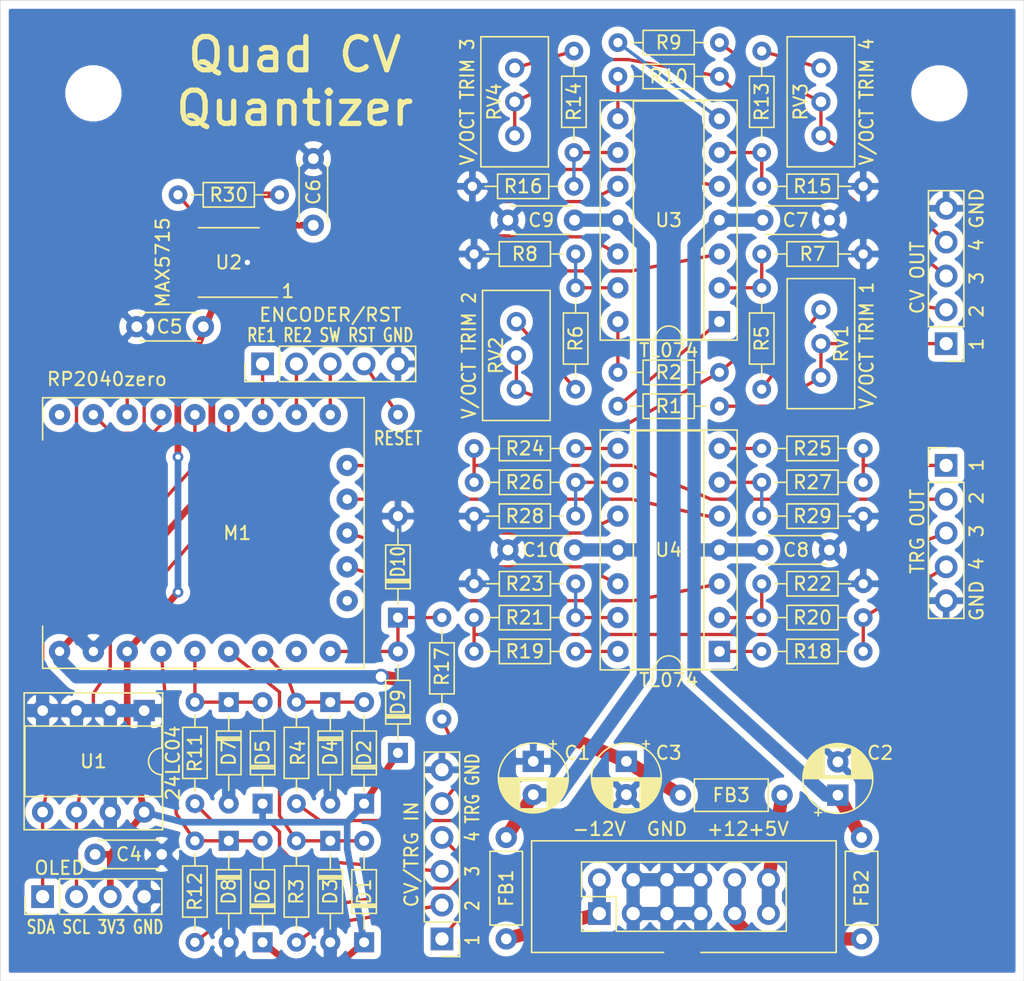
<source format=kicad_pcb>
(kicad_pcb (version 20171130) (host pcbnew 5.1.12-84ad8e8a86~92~ubuntu18.04.1)
  (layers (0 F.Cu signal) (31 B.Cu signal) (34 B.Paste user) (35 F.Paste user) (36 B.SilkS user) (37 F.SilkS user) (38 B.Mask user) (39 F.Mask user) (44 Edge.Cuts user))
  (net 0 "")
  (net 1 +3V3)
  (net 2 GND)
  (net 3 /SCL)
  (net 4 /SDA)
  (net 5 /CS)
  (net 6 /SCK)
  (net 7 /MOSI)
  (net 8 "Net-(U2-Pad8)")
  (net 9 +5V)
  (net 10 "Net-(U2-Pad6)")
  (net 11 "Net-(U2-Pad5)")
  (net 12 "Net-(U2-Pad3)")
  (net 13 "Net-(U2-Pad2)")
  (net 14 "Net-(U2-Pad1)")
  (net 15 /CV4)
  (net 16 /CV3)
  (net 17 /CV2)
  (net 18 /CV1)
  (net 19 /TRG4)
  (net 20 /TRG3)
  (net 21 /TRG2)
  (net 22 /TRG1)
  (net 23 /SW)
  (net 24 /RE2)
  (net 25 /RE1)
  (net 26 -12V)
  (net 27 +12V)
  (net 28 /ETRG)
  (net 29 "Net-(FB1-Pad2)")
  (net 30 "Net-(FB2-Pad2)")
  (net 31 /TRG)
  (net 32 /CVI4)
  (net 33 /CVI3)
  (net 34 /CVI2)
  (net 35 /CVI1)
  (net 36 /CVO4)
  (net 37 /CVO3)
  (net 38 /CVO2)
  (net 39 /CVO1)
  (net 40 /TRO4)
  (net 41 /TRO3)
  (net 42 /TRO2)
  (net 43 /TRO1)
  (net 44 "Net-(M1-Pad15)")
  (net 45 "Net-(M1-Pad13)")
  (net 46 "Net-(M1-Pad0)")
  (net 47 "Net-(R1-Pad2)")
  (net 48 "Net-(R2-Pad2)")
  (net 49 "Net-(R5-Pad2)")
  (net 50 "Net-(R5-Pad1)")
  (net 51 "Net-(R6-Pad2)")
  (net 52 "Net-(R6-Pad1)")
  (net 53 "Net-(R9-Pad2)")
  (net 54 "Net-(R10-Pad2)")
  (net 55 "Net-(R13-Pad2)")
  (net 56 "Net-(R13-Pad1)")
  (net 57 "Net-(R14-Pad2)")
  (net 58 "Net-(R14-Pad1)")
  (net 59 "Net-(R18-Pad2)")
  (net 60 "Net-(R19-Pad2)")
  (net 61 "Net-(R20-Pad2)")
  (net 62 "Net-(R21-Pad2)")
  (net 63 "Net-(R24-Pad2)")
  (net 64 "Net-(R25-Pad2)")
  (net 65 "Net-(R26-Pad2)")
  (net 66 "Net-(R27-Pad2)")
  (net 67 "Net-(R30-Pad1)")
  (net 68 /RST)
  (net 69 "Net-(FB3-Pad2)")
  (module Inductor_THT:L_Axial_L5.3mm_D2.2mm_P7.62mm_Horizontal_Vishay_IM-1 (layer F.Cu) (at 129.159 142.24)
    (fp_text reference FB3 (at 3.81 0) (layer F.SilkS))
    (fp_text value FB)
    (pad 2 thru_hole oval (at 7.62 0) (size 1.6 1.6) (drill 0.8) (layers *.Cu *.Mask) (net 69 "Net-(FB3-Pad2)"))
    (pad 1 thru_hole circle (at 0 0) (size 1.6 1.6) (drill 0.8) (layers *.Cu *.Mask) (net 9 +5V))
  )
  (module Package_DIP:DIP-14_W7.62mm_Socket (layer F.Cu) (at 132.08 106.68 180)
    (fp_text reference U3 (at 3.81 7.62 180) (layer F.SilkS))
    (fp_text value TL074)
    (fp_text user TL074 (at 3.81 -2.159) (layer F.SilkS))
    (pad 1 thru_hole rect (at 0 0 180) (size 1.6 1.6) (drill 0.8) (layers *.Cu *.Mask) (net 47 "Net-(R1-Pad2)"))
    (pad 8 thru_hole oval (at 7.62 15.24 180) (size 1.6 1.6) (drill 0.8) (layers *.Cu *.Mask) (net 54 "Net-(R10-Pad2)"))
    (pad 2 thru_hole oval (at 0 2.54 180) (size 1.6 1.6) (drill 0.8) (layers *.Cu *.Mask) (net 49 "Net-(R5-Pad2)"))
    (pad 9 thru_hole oval (at 7.62 12.7 180) (size 1.6 1.6) (drill 0.8) (layers *.Cu *.Mask) (net 57 "Net-(R14-Pad2)"))
    (pad 3 thru_hole oval (at 0 5.08 180) (size 1.6 1.6) (drill 0.8) (layers *.Cu *.Mask) (net 13 "Net-(U2-Pad2)"))
    (pad 10 thru_hole oval (at 7.62 10.16 180) (size 1.6 1.6) (drill 0.8) (layers *.Cu *.Mask) (net 11 "Net-(U2-Pad5)"))
    (pad 4 thru_hole oval (at 0 7.62 180) (size 1.6 1.6) (drill 0.8) (layers *.Cu *.Mask) (net 27 +12V))
    (pad 11 thru_hole oval (at 7.62 7.62 180) (size 1.6 1.6) (drill 0.8) (layers *.Cu *.Mask) (net 26 -12V))
    (pad 5 thru_hole oval (at 0 10.16 180) (size 1.6 1.6) (drill 0.8) (layers *.Cu *.Mask) (net 10 "Net-(U2-Pad6)"))
    (pad 12 thru_hole oval (at 7.62 5.08 180) (size 1.6 1.6) (drill 0.8) (layers *.Cu *.Mask) (net 12 "Net-(U2-Pad3)"))
    (pad 6 thru_hole oval (at 0 12.7 180) (size 1.6 1.6) (drill 0.8) (layers *.Cu *.Mask) (net 55 "Net-(R13-Pad2)"))
    (pad 13 thru_hole oval (at 7.62 2.54 180) (size 1.6 1.6) (drill 0.8) (layers *.Cu *.Mask) (net 51 "Net-(R6-Pad2)"))
    (pad 7 thru_hole oval (at 0 15.24 180) (size 1.6 1.6) (drill 0.8) (layers *.Cu *.Mask) (net 53 "Net-(R9-Pad2)"))
    (pad 14 thru_hole oval (at 7.62 0 180) (size 1.6 1.6) (drill 0.8) (layers *.Cu *.Mask) (net 48 "Net-(R2-Pad2)"))
  )
  (module Resistor_THT:R_Axial_DIN0204_L3.6mm_D1.6mm_P7.62mm_Horizontal (layer F.Cu) (at 91.44 97.155)
    (fp_text reference R30 (at 3.81 0) (layer F.SilkS))
    (fp_text value 10k)
    (pad 2 thru_hole oval (at 7.62 0) (size 1.4 1.4) (drill 0.7) (layers *.Cu *.Mask) (net 1 +3V3))
    (pad 1 thru_hole circle (at 0 0) (size 1.4 1.4) (drill 0.7) (layers *.Cu *.Mask) (net 67 "Net-(R30-Pad1)"))
  )
  (module Resistor_THT:R_Axial_DIN0204_L3.6mm_D1.6mm_P7.62mm_Horizontal (layer F.Cu) (at 135.255 121.285)
    (fp_text reference R29 (at 3.81 0) (layer F.SilkS))
    (fp_text value 47k)
    (pad 2 thru_hole oval (at 7.62 0) (size 1.4 1.4) (drill 0.7) (layers *.Cu *.Mask) (net 2 GND))
    (pad 1 thru_hole circle (at 0 0) (size 1.4 1.4) (drill 0.7) (layers *.Cu *.Mask) (net 66 "Net-(R27-Pad2)"))
  )
  (module Resistor_THT:R_Axial_DIN0204_L3.6mm_D1.6mm_P7.62mm_Horizontal (layer F.Cu) (at 121.285 121.285 180)
    (fp_text reference R28 (at 3.81 0) (layer F.SilkS))
    (fp_text value 47k)
    (pad 2 thru_hole oval (at 7.62 0 180) (size 1.4 1.4) (drill 0.7) (layers *.Cu *.Mask) (net 2 GND))
    (pad 1 thru_hole circle (at 0 0 180) (size 1.4 1.4) (drill 0.7) (layers *.Cu *.Mask) (net 65 "Net-(R26-Pad2)"))
  )
  (module Resistor_THT:R_Axial_DIN0204_L3.6mm_D1.6mm_P7.62mm_Horizontal (layer F.Cu) (at 142.875 118.745 180)
    (fp_text reference R27 (at 3.81 0) (layer F.SilkS))
    (fp_text value 56k)
    (pad 2 thru_hole oval (at 7.62 0 180) (size 1.4 1.4) (drill 0.7) (layers *.Cu *.Mask) (net 66 "Net-(R27-Pad2)"))
    (pad 1 thru_hole circle (at 0 0 180) (size 1.4 1.4) (drill 0.7) (layers *.Cu *.Mask) (net 43 /TRO1))
  )
  (module Resistor_THT:R_Axial_DIN0204_L3.6mm_D1.6mm_P7.62mm_Horizontal (layer F.Cu) (at 113.665 118.745)
    (fp_text reference R26 (at 3.81 0) (layer F.SilkS))
    (fp_text value 56k)
    (pad 2 thru_hole oval (at 7.62 0) (size 1.4 1.4) (drill 0.7) (layers *.Cu *.Mask) (net 65 "Net-(R26-Pad2)"))
    (pad 1 thru_hole circle (at 0 0) (size 1.4 1.4) (drill 0.7) (layers *.Cu *.Mask) (net 42 /TRO2))
  )
  (module Resistor_THT:R_Axial_DIN0204_L3.6mm_D1.6mm_P7.62mm_Horizontal (layer F.Cu) (at 142.875 116.205 180)
    (fp_text reference R25 (at 3.81 0) (layer F.SilkS))
    (fp_text value 470R)
    (pad 2 thru_hole oval (at 7.62 0 180) (size 1.4 1.4) (drill 0.7) (layers *.Cu *.Mask) (net 64 "Net-(R25-Pad2)"))
    (pad 1 thru_hole circle (at 0 0 180) (size 1.4 1.4) (drill 0.7) (layers *.Cu *.Mask) (net 43 /TRO1))
  )
  (module Resistor_THT:R_Axial_DIN0204_L3.6mm_D1.6mm_P7.62mm_Horizontal (layer F.Cu) (at 113.665 116.205)
    (fp_text reference R24 (at 3.81 0) (layer F.SilkS))
    (fp_text value 470R)
    (pad 2 thru_hole oval (at 7.62 0) (size 1.4 1.4) (drill 0.7) (layers *.Cu *.Mask) (net 63 "Net-(R24-Pad2)"))
    (pad 1 thru_hole circle (at 0 0) (size 1.4 1.4) (drill 0.7) (layers *.Cu *.Mask) (net 42 /TRO2))
  )
  (module Resistor_THT:R_Axial_DIN0204_L3.6mm_D1.6mm_P7.62mm_Horizontal (layer F.Cu) (at 121.285 126.365 180)
    (fp_text reference R23 (at 3.81 0) (layer F.SilkS))
    (fp_text value 47k)
    (pad 2 thru_hole oval (at 7.62 0 180) (size 1.4 1.4) (drill 0.7) (layers *.Cu *.Mask) (net 2 GND))
    (pad 1 thru_hole circle (at 0 0 180) (size 1.4 1.4) (drill 0.7) (layers *.Cu *.Mask) (net 62 "Net-(R21-Pad2)"))
  )
  (module Resistor_THT:R_Axial_DIN0204_L3.6mm_D1.6mm_P7.62mm_Horizontal (layer F.Cu) (at 135.255 126.365)
    (fp_text reference R22 (at 3.81 0) (layer F.SilkS))
    (fp_text value 47k)
    (pad 2 thru_hole oval (at 7.62 0) (size 1.4 1.4) (drill 0.7) (layers *.Cu *.Mask) (net 2 GND))
    (pad 1 thru_hole circle (at 0 0) (size 1.4 1.4) (drill 0.7) (layers *.Cu *.Mask) (net 61 "Net-(R20-Pad2)"))
  )
  (module Resistor_THT:R_Axial_DIN0204_L3.6mm_D1.6mm_P7.62mm_Horizontal (layer F.Cu) (at 113.665 128.905)
    (fp_text reference R21 (at 3.81 0) (layer F.SilkS))
    (fp_text value 56k)
    (pad 2 thru_hole oval (at 7.62 0) (size 1.4 1.4) (drill 0.7) (layers *.Cu *.Mask) (net 62 "Net-(R21-Pad2)"))
    (pad 1 thru_hole circle (at 0 0) (size 1.4 1.4) (drill 0.7) (layers *.Cu *.Mask) (net 41 /TRO3))
  )
  (module Resistor_THT:R_Axial_DIN0204_L3.6mm_D1.6mm_P7.62mm_Horizontal (layer F.Cu) (at 142.875 128.905 180)
    (fp_text reference R20 (at 3.81 0) (layer F.SilkS))
    (fp_text value 56k)
    (pad 2 thru_hole oval (at 7.62 0 180) (size 1.4 1.4) (drill 0.7) (layers *.Cu *.Mask) (net 61 "Net-(R20-Pad2)"))
    (pad 1 thru_hole circle (at 0 0 180) (size 1.4 1.4) (drill 0.7) (layers *.Cu *.Mask) (net 40 /TRO4))
  )
  (module Resistor_THT:R_Axial_DIN0204_L3.6mm_D1.6mm_P7.62mm_Horizontal (layer F.Cu) (at 113.665 131.445)
    (fp_text reference R19 (at 3.81 0) (layer F.SilkS))
    (fp_text value 470R)
    (pad 2 thru_hole oval (at 7.62 0) (size 1.4 1.4) (drill 0.7) (layers *.Cu *.Mask) (net 60 "Net-(R19-Pad2)"))
    (pad 1 thru_hole circle (at 0 0) (size 1.4 1.4) (drill 0.7) (layers *.Cu *.Mask) (net 41 /TRO3))
  )
  (module Resistor_THT:R_Axial_DIN0204_L3.6mm_D1.6mm_P7.62mm_Horizontal (layer F.Cu) (at 142.875 131.445 180)
    (fp_text reference R18 (at 3.81 0) (layer F.SilkS))
    (fp_text value 470R)
    (pad 2 thru_hole oval (at 7.62 0 180) (size 1.4 1.4) (drill 0.7) (layers *.Cu *.Mask) (net 59 "Net-(R18-Pad2)"))
    (pad 1 thru_hole circle (at 0 0 180) (size 1.4 1.4) (drill 0.7) (layers *.Cu *.Mask) (net 40 /TRO4))
  )
  (module Resistor_THT:R_Axial_DIN0204_L3.6mm_D1.6mm_P7.62mm_Horizontal (layer F.Cu) (at 111.252 128.905 270)
    (fp_text reference R17 (at 3.683 0 90) (layer F.SilkS))
    (fp_text value 22k)
    (pad 1 thru_hole circle (at 0 0 270) (size 1.4 1.4) (drill 0.7) (layers *.Cu *.Mask) (net 28 /ETRG))
    (pad 2 thru_hole oval (at 7.62 0 270) (size 1.4 1.4) (drill 0.7) (layers *.Cu *.Mask) (net 31 /TRG))
  )
  (module Resistor_THT:R_Axial_DIN0204_L3.6mm_D1.6mm_P7.62mm_Horizontal (layer F.Cu) (at 121.158 96.52 180)
    (fp_text reference R16 (at 3.81 0) (layer F.SilkS))
    (fp_text value 100k)
    (pad 2 thru_hole oval (at 7.62 0 180) (size 1.4 1.4) (drill 0.7) (layers *.Cu *.Mask) (net 2 GND))
    (pad 1 thru_hole circle (at 0 0 180) (size 1.4 1.4) (drill 0.7) (layers *.Cu *.Mask) (net 57 "Net-(R14-Pad2)"))
  )
  (module Resistor_THT:R_Axial_DIN0204_L3.6mm_D1.6mm_P7.62mm_Horizontal (layer F.Cu) (at 135.255 96.52)
    (fp_text reference R15 (at 3.81 0) (layer F.SilkS))
    (fp_text value 100k)
    (pad 2 thru_hole oval (at 7.62 0) (size 1.4 1.4) (drill 0.7) (layers *.Cu *.Mask) (net 2 GND))
    (pad 1 thru_hole circle (at 0 0) (size 1.4 1.4) (drill 0.7) (layers *.Cu *.Mask) (net 55 "Net-(R13-Pad2)"))
  )
  (module Resistor_THT:R_Axial_DIN0204_L3.6mm_D1.6mm_P7.62mm_Horizontal (layer F.Cu) (at 121.158 86.36 270)
    (fp_text reference R14 (at 3.81 0 90) (layer F.SilkS))
    (fp_text value 18k)
    (pad 2 thru_hole oval (at 7.62 0 270) (size 1.4 1.4) (drill 0.7) (layers *.Cu *.Mask) (net 57 "Net-(R14-Pad2)"))
    (pad 1 thru_hole circle (at 0 0 270) (size 1.4 1.4) (drill 0.7) (layers *.Cu *.Mask) (net 58 "Net-(R14-Pad1)"))
  )
  (module Resistor_THT:R_Axial_DIN0204_L3.6mm_D1.6mm_P7.62mm_Horizontal (layer F.Cu) (at 135.255 86.36 270)
    (fp_text reference R13 (at 3.81 0 90) (layer F.SilkS))
    (fp_text value 18k)
    (pad 2 thru_hole oval (at 7.62 0 270) (size 1.4 1.4) (drill 0.7) (layers *.Cu *.Mask) (net 55 "Net-(R13-Pad2)"))
    (pad 1 thru_hole circle (at 0 0 270) (size 1.4 1.4) (drill 0.7) (layers *.Cu *.Mask) (net 56 "Net-(R13-Pad1)"))
  )
  (module Resistor_THT:R_Axial_DIN0204_L3.6mm_D1.6mm_P7.62mm_Horizontal (layer F.Cu) (at 92.71 145.669 270)
    (fp_text reference R12 (at 3.81 0 90) (layer F.SilkS))
    (fp_text value 100k)
    (pad 2 thru_hole oval (at 7.62 0 270) (size 1.4 1.4) (drill 0.7) (layers *.Cu *.Mask) (net 32 /CVI4))
    (pad 1 thru_hole circle (at 0 0 270) (size 1.4 1.4) (drill 0.7) (layers *.Cu *.Mask) (net 15 /CV4))
  )
  (module Resistor_THT:R_Axial_DIN0204_L3.6mm_D1.6mm_P7.62mm_Horizontal (layer F.Cu) (at 92.71 135.255 270)
    (fp_text reference R11 (at 3.81 0 90) (layer F.SilkS))
    (fp_text value 100k)
    (pad 2 thru_hole oval (at 7.62 0 270) (size 1.4 1.4) (drill 0.7) (layers *.Cu *.Mask) (net 33 /CVI3))
    (pad 1 thru_hole circle (at 0 0 270) (size 1.4 1.4) (drill 0.7) (layers *.Cu *.Mask) (net 16 /CV3))
  )
  (module Resistor_THT:R_Axial_DIN0204_L3.6mm_D1.6mm_P7.62mm_Horizontal (layer F.Cu) (at 132.08 88.265 180)
    (fp_text reference R10 (at 3.81 0) (layer F.SilkS))
    (fp_text value 470R)
    (pad 2 thru_hole oval (at 7.62 0 180) (size 1.4 1.4) (drill 0.7) (layers *.Cu *.Mask) (net 54 "Net-(R10-Pad2)"))
    (pad 1 thru_hole circle (at 0 0 180) (size 1.4 1.4) (drill 0.7) (layers *.Cu *.Mask) (net 37 /CVO3))
  )
  (module Resistor_THT:R_Axial_DIN0204_L3.6mm_D1.6mm_P7.62mm_Horizontal (layer F.Cu) (at 132.08 85.725 180)
    (fp_text reference R9 (at 3.81 0) (layer F.SilkS))
    (fp_text value 470R)
    (pad 2 thru_hole oval (at 7.62 0 180) (size 1.4 1.4) (drill 0.7) (layers *.Cu *.Mask) (net 53 "Net-(R9-Pad2)"))
    (pad 1 thru_hole circle (at 0 0 180) (size 1.4 1.4) (drill 0.7) (layers *.Cu *.Mask) (net 36 /CVO4))
  )
  (module Resistor_THT:R_Axial_DIN0204_L3.6mm_D1.6mm_P7.62mm_Horizontal (layer F.Cu) (at 121.285 101.6 180)
    (fp_text reference R8 (at 3.81 0) (layer F.SilkS))
    (fp_text value 100k)
    (pad 2 thru_hole oval (at 7.62 0 180) (size 1.4 1.4) (drill 0.7) (layers *.Cu *.Mask) (net 2 GND))
    (pad 1 thru_hole circle (at 0 0 180) (size 1.4 1.4) (drill 0.7) (layers *.Cu *.Mask) (net 51 "Net-(R6-Pad2)"))
  )
  (module Resistor_THT:R_Axial_DIN0204_L3.6mm_D1.6mm_P7.62mm_Horizontal (layer F.Cu) (at 135.255 101.6)
    (fp_text reference R7 (at 3.81 0) (layer F.SilkS))
    (fp_text value 100k)
    (pad 2 thru_hole oval (at 7.62 0) (size 1.4 1.4) (drill 0.7) (layers *.Cu *.Mask) (net 2 GND))
    (pad 1 thru_hole circle (at 0 0) (size 1.4 1.4) (drill 0.7) (layers *.Cu *.Mask) (net 49 "Net-(R5-Pad2)"))
  )
  (module Resistor_THT:R_Axial_DIN0204_L3.6mm_D1.6mm_P7.62mm_Horizontal (layer F.Cu) (at 121.285 111.76 90)
    (fp_text reference R6 (at 3.81 0 90) (layer F.SilkS))
    (fp_text value 18k)
    (pad 2 thru_hole oval (at 7.62 0 90) (size 1.4 1.4) (drill 0.7) (layers *.Cu *.Mask) (net 51 "Net-(R6-Pad2)"))
    (pad 1 thru_hole circle (at 0 0 90) (size 1.4 1.4) (drill 0.7) (layers *.Cu *.Mask) (net 52 "Net-(R6-Pad1)"))
  )
  (module Resistor_THT:R_Axial_DIN0204_L3.6mm_D1.6mm_P7.62mm_Horizontal (layer F.Cu) (at 135.255 111.76 90)
    (fp_text reference R5 (at 3.81 0 90) (layer F.SilkS))
    (fp_text value 18k)
    (pad 2 thru_hole oval (at 7.62 0 90) (size 1.4 1.4) (drill 0.7) (layers *.Cu *.Mask) (net 49 "Net-(R5-Pad2)"))
    (pad 1 thru_hole circle (at 0 0 90) (size 1.4 1.4) (drill 0.7) (layers *.Cu *.Mask) (net 50 "Net-(R5-Pad1)"))
  )
  (module Resistor_THT:R_Axial_DIN0204_L3.6mm_D1.6mm_P7.62mm_Horizontal (layer F.Cu) (at 100.33 135.255 270)
    (fp_text reference R4 (at 3.81 -0.127 90) (layer F.SilkS))
    (fp_text value 100k)
    (pad 2 thru_hole oval (at 7.62 0 270) (size 1.4 1.4) (drill 0.7) (layers *.Cu *.Mask) (net 35 /CVI1))
    (pad 1 thru_hole circle (at 0 0 270) (size 1.4 1.4) (drill 0.7) (layers *.Cu *.Mask) (net 18 /CV1))
  )
  (module Resistor_THT:R_Axial_DIN0204_L3.6mm_D1.6mm_P7.62mm_Horizontal (layer F.Cu) (at 100.33 145.669 270)
    (fp_text reference R3 (at 3.81 0 90) (layer F.SilkS))
    (fp_text value 100k)
    (pad 2 thru_hole oval (at 7.62 0 270) (size 1.4 1.4) (drill 0.7) (layers *.Cu *.Mask) (net 34 /CVI2))
    (pad 1 thru_hole circle (at 0 0 270) (size 1.4 1.4) (drill 0.7) (layers *.Cu *.Mask) (net 17 /CV2))
  )
  (module Resistor_THT:R_Axial_DIN0204_L3.6mm_D1.6mm_P7.62mm_Horizontal (layer F.Cu) (at 132.08 110.49 180)
    (fp_text reference R2 (at 3.81 0) (layer F.SilkS))
    (fp_text value 470R)
    (pad 2 thru_hole oval (at 7.62 0 180) (size 1.4 1.4) (drill 0.7) (layers *.Cu *.Mask) (net 48 "Net-(R2-Pad2)"))
    (pad 1 thru_hole circle (at 0 0 180) (size 1.4 1.4) (drill 0.7) (layers *.Cu *.Mask) (net 38 /CVO2))
  )
  (module Resistor_THT:R_Axial_DIN0204_L3.6mm_D1.6mm_P7.62mm_Horizontal (layer F.Cu) (at 132.08 113.03 180)
    (fp_text reference R1 (at 3.81 0) (layer F.SilkS))
    (fp_text value 470R)
    (pad 2 thru_hole oval (at 7.62 0 180) (size 1.4 1.4) (drill 0.7) (layers *.Cu *.Mask) (net 47 "Net-(R1-Pad2)"))
    (pad 1 thru_hole circle (at 0 0 180) (size 1.4 1.4) (drill 0.7) (layers *.Cu *.Mask) (net 39 /CVO1))
  )
  (module MountingHole:MountingHole_3.2mm_M3 (layer F.Cu) (at 85.09 89.535)
    (fp_text reference REF** hide)
    (fp_text value 3.2mm)
    (pad 1 np_thru_hole circle (at 0 0) (size 3.2 3.2) (drill 3.2) (layers *.Cu *.Mask))
  )
  (module MountingHole:MountingHole_3.2mm_M3 (layer F.Cu) (at 148.59 89.535)
    (fp_text reference REF** hide)
    (fp_text value 3.2mm)
    (pad 1 np_thru_hole circle (at 0 0) (size 3.2 3.2) (drill 3.2) (layers *.Cu *.Mask))
  )
  (module Connector_PinHeader_2.54mm:PinHeader_1x05_P2.54mm_Vertical (layer F.Cu) (at 97.79 109.855 90)
    (fp_text reference J2 hide)
    (fp_text value R_ENC)
    (fp_text user "RE1 RE2 SW RST GND" (at 2.159 5.08 180) (layer F.SilkS) (effects (font (size 1 0.75))))
    (fp_text user ENCODER/RST (at 3.683 5.08 180) (layer F.SilkS))
    (pad 1 thru_hole rect (at 0 0 90) (size 1.7 1.7) (drill 1) (layers *.Cu *.Mask) (net 25 /RE1))
    (pad 2 thru_hole oval (at 0 2.54 90) (size 1.7 1.7) (drill 1) (layers *.Cu *.Mask) (net 24 /RE2))
    (pad 3 thru_hole oval (at 0 5.08 90) (size 1.7 1.7) (drill 1) (layers *.Cu *.Mask) (net 23 /SW))
    (pad 4 thru_hole oval (at 0 7.62 90) (size 1.7 1.7) (drill 1) (layers *.Cu *.Mask) (net 68 /RST))
    (pad 5 thru_hole oval (at 0 10.16 90) (size 1.7 1.7) (drill 1) (layers *.Cu *.Mask) (net 2 GND))
  )
  (module CGE_footprints:RP2040zeroA (layer F.Cu) (at 82.55 113.665 90)
    (fp_text reference M1 (at -8.89 13.335 180) (layer F.SilkS))
    (fp_text value RP2040zero)
    (fp_text user RP2040zero (at 2.667 3.556 180) (layer F.SilkS))
    (pad 0 thru_hole circle (at 0 0 90) (size 1.6 1.6) (drill 0.7) (layers *.Cu *.Mask) (net 46 "Net-(M1-Pad0)"))
    (pad 1 thru_hole circle (at 0 2.54 90) (size 1.6 1.6) (drill 0.7) (layers *.Cu *.Mask) (net 5 /CS))
    (pad 2 thru_hole circle (at 0 5.08 90) (size 1.6 1.6) (drill 0.7) (layers *.Cu *.Mask) (net 6 /SCK))
    (pad 3 thru_hole circle (at 0 7.62 90) (size 1.6 1.6) (drill 0.7) (layers *.Cu *.Mask) (net 7 /MOSI))
    (pad 4 thru_hole circle (at 0 10.16 90) (size 1.6 1.6) (drill 0.7) (layers *.Cu *.Mask) (net 4 /SDA))
    (pad 5 thru_hole circle (at 0 12.7 90) (size 1.6 1.6) (drill 0.7) (layers *.Cu *.Mask) (net 3 /SCL))
    (pad 6 thru_hole circle (at 0 15.24 90) (size 1.6 1.6) (drill 0.7) (layers *.Cu *.Mask) (net 25 /RE1))
    (pad 7 thru_hole circle (at 0 17.78 90) (size 1.6 1.6) (drill 0.7) (layers *.Cu *.Mask) (net 24 /RE2))
    (pad 8 thru_hole circle (at 0 20.32 90) (size 1.6 1.6) (drill 0.7) (layers *.Cu *.Mask) (net 23 /SW))
    (pad 9 thru_hole circle (at -3.81 21.59 90) (size 1.6 1.6) (drill 0.7) (layers *.Cu *.Mask) (net 22 /TRG1))
    (pad 10 thru_hole circle (at -6.35 21.59 90) (size 1.6 1.6) (drill 0.7) (layers *.Cu *.Mask) (net 21 /TRG2))
    (pad 11 thru_hole circle (at -8.89 21.59 90) (size 1.6 1.6) (drill 0.7) (layers *.Cu *.Mask) (net 20 /TRG3))
    (pad 12 thru_hole circle (at -11.43 21.59 90) (size 1.6 1.6) (drill 0.7) (layers *.Cu *.Mask) (net 19 /TRG4))
    (pad 13 thru_hole circle (at -13.97 21.59 90) (size 1.6 1.6) (drill 0.7) (layers *.Cu *.Mask) (net 45 "Net-(M1-Pad13)"))
    (pad 14 thru_hole circle (at -17.78 20.32 90) (size 1.6 1.6) (drill 0.7) (layers *.Cu *.Mask) (net 28 /ETRG))
    (pad 15 thru_hole circle (at -17.78 17.78 90) (size 1.6 1.6) (drill 0.7) (layers *.Cu *.Mask) (net 44 "Net-(M1-Pad15)"))
    (pad 26 thru_hole circle (at -17.78 15.24 90) (size 1.6 1.6) (drill 0.7) (layers *.Cu *.Mask) (net 18 /CV1))
    (pad 27 thru_hole circle (at -17.78 12.7 90) (size 1.6 1.6) (drill 0.7) (layers *.Cu *.Mask) (net 17 /CV2))
    (pad 28 thru_hole circle (at -17.78 10.16 90) (size 1.6 1.6) (drill 0.7) (layers *.Cu *.Mask) (net 16 /CV3))
    (pad 29 thru_hole circle (at -17.78 7.62 90) (size 1.6 1.6) (drill 0.7) (layers *.Cu *.Mask) (net 15 /CV4))
    (pad 30 thru_hole circle (at -17.78 5.08 90) (size 1.6 1.6) (drill 0.7) (layers *.Cu *.Mask) (net 1 +3V3))
    (pad 31 thru_hole circle (at -17.78 2.54 90) (size 1.6 1.6) (drill 0.7) (layers *.Cu *.Mask) (net 2 GND))
    (pad 32 thru_hole circle (at -17.78 0 90) (size 1.6 1.6) (drill 0.7) (layers *.Cu *.Mask) (net 9 +5V))
  )
  (module CGE_footprints:SOP-14-1EP_4.4x5mm_P0.65mm_EP3.4x5mm (layer F.Cu) (at 95.25 102.235 180)
    (fp_text reference U2 (at 0 0) (layer F.SilkS))
    (fp_text value MAX5715BAUD)
    (fp_text user MAX5715 (at 4.953 0 270) (layer F.SilkS))
    (fp_text user 1 (at -4.445 -2.159) (layer F.SilkS))
    (pad 14 smd roundrect (at 2.8625 -1.95 180) (size 1.575 0.4) (layers F.Cu F.Paste F.Mask) (net 67 "Net-(R30-Pad1)"))
    (pad 13 smd roundrect (at 2.8625 -1.3 180) (size 1.575 0.4) (layers F.Cu F.Paste F.Mask) (net 1 +3V3))
    (pad 12 smd roundrect (at 2.8625 -0.65 180) (size 1.575 0.4) (layers F.Cu F.Paste F.Mask) (net 67 "Net-(R30-Pad1)"))
    (pad 11 smd roundrect (at 2.8625 0 180) (size 1.575 0.4) (layers F.Cu F.Paste F.Mask) (net 5 /CS))
    (pad 10 smd roundrect (at 2.8625 0.65 180) (size 1.575 0.4) (layers F.Cu F.Paste F.Mask) (net 6 /SCK))
    (pad 9 smd roundrect (at 2.8625 1.3 180) (size 1.575 0.4) (layers F.Cu F.Paste F.Mask) (net 7 /MOSI))
    (pad 8 smd roundrect (at 2.8625 1.95 180) (size 1.575 0.4) (layers F.Cu F.Paste F.Mask) (net 8 "Net-(U2-Pad8)"))
    (pad 7 smd roundrect (at -2.8625 1.95 180) (size 1.575 0.4) (layers F.Cu F.Paste F.Mask) (net 9 +5V))
    (pad 6 smd roundrect (at -2.8625 1.3 180) (size 1.575 0.4) (layers F.Cu F.Paste F.Mask) (net 10 "Net-(U2-Pad6)"))
    (pad 5 smd roundrect (at -2.8625 0.65 180) (size 1.575 0.4) (layers F.Cu F.Paste F.Mask) (net 11 "Net-(U2-Pad5)"))
    (pad 4 smd roundrect (at -2.8625 0 180) (size 1.575 0.4) (layers F.Cu F.Paste F.Mask) (net 2 GND))
    (pad 3 smd roundrect (at -2.8625 -0.65 180) (size 1.575 0.4) (layers F.Cu F.Paste F.Mask) (net 12 "Net-(U2-Pad3)"))
    (pad 2 smd roundrect (at -2.8625 -1.3 180) (size 1.575 0.4) (layers F.Cu F.Paste F.Mask) (net 13 "Net-(U2-Pad2)"))
    (pad 1 smd roundrect (at -2.8625 -1.95 180) (size 1.575 0.4) (layers F.Cu F.Paste F.Mask) (net 14 "Net-(U2-Pad1)"))
  )
  (module Diode_THT:D_DO-34_SOD68_P7.62mm_Horizontal (layer F.Cu) (at 107.95 128.905 90)
    (fp_text reference D10 (at 4.191 0 90) (layer F.SilkS) (effects (font (size 1 0.8))))
    (fp_text value BAT43)
    (pad 1 thru_hole rect (at 0 0 90) (size 1.5 1.5) (drill 0.75) (layers *.Cu *.Mask) (net 28 /ETRG))
    (pad 2 thru_hole oval (at 7.62 0 90) (size 1.5 1.5) (drill 0.75) (layers *.Cu *.Mask) (net 2 GND))
  )
  (module Package_DIP:DIP-14_W7.62mm_Socket (layer F.Cu) (at 132.08 131.445 180)
    (fp_text reference U4 (at 3.81 7.62) (layer F.SilkS))
    (fp_text value TL074)
    (fp_text user TL074 (at 3.81 -2.159 180) (layer F.SilkS))
    (pad 1 thru_hole rect (at 0 0 180) (size 1.6 1.6) (drill 0.8) (layers *.Cu *.Mask) (net 59 "Net-(R18-Pad2)"))
    (pad 8 thru_hole oval (at 7.62 15.24 180) (size 1.6 1.6) (drill 0.8) (layers *.Cu *.Mask) (net 63 "Net-(R24-Pad2)"))
    (pad 2 thru_hole oval (at 0 2.54 180) (size 1.6 1.6) (drill 0.8) (layers *.Cu *.Mask) (net 61 "Net-(R20-Pad2)"))
    (pad 9 thru_hole oval (at 7.62 12.7 180) (size 1.6 1.6) (drill 0.8) (layers *.Cu *.Mask) (net 65 "Net-(R26-Pad2)"))
    (pad 3 thru_hole oval (at 0 5.08 180) (size 1.6 1.6) (drill 0.8) (layers *.Cu *.Mask) (net 19 /TRG4))
    (pad 10 thru_hole oval (at 7.62 10.16 180) (size 1.6 1.6) (drill 0.8) (layers *.Cu *.Mask) (net 21 /TRG2))
    (pad 4 thru_hole oval (at 0 7.62 180) (size 1.6 1.6) (drill 0.8) (layers *.Cu *.Mask) (net 27 +12V))
    (pad 11 thru_hole oval (at 7.62 7.62 180) (size 1.6 1.6) (drill 0.8) (layers *.Cu *.Mask) (net 26 -12V))
    (pad 5 thru_hole oval (at 0 10.16 180) (size 1.6 1.6) (drill 0.8) (layers *.Cu *.Mask) (net 22 /TRG1))
    (pad 12 thru_hole oval (at 7.62 5.08 180) (size 1.6 1.6) (drill 0.8) (layers *.Cu *.Mask) (net 20 /TRG3))
    (pad 6 thru_hole oval (at 0 12.7 180) (size 1.6 1.6) (drill 0.8) (layers *.Cu *.Mask) (net 66 "Net-(R27-Pad2)"))
    (pad 13 thru_hole oval (at 7.62 2.54 180) (size 1.6 1.6) (drill 0.8) (layers *.Cu *.Mask) (net 62 "Net-(R21-Pad2)"))
    (pad 7 thru_hole oval (at 0 15.24 180) (size 1.6 1.6) (drill 0.8) (layers *.Cu *.Mask) (net 64 "Net-(R25-Pad2)"))
    (pad 14 thru_hole oval (at 7.62 0 180) (size 1.6 1.6) (drill 0.8) (layers *.Cu *.Mask) (net 60 "Net-(R19-Pad2)"))
  )
  (module Potentiometer_THT:Potentiometer_Bourns_3296W_Vertical (layer F.Cu) (at 116.713 92.71 270)
    (fp_text reference RV4 (at -2.54 1.524 90) (layer F.SilkS))
    (fp_text value 10k)
    (fp_text user "V/OCT TRIM 3" (at -2.54 3.556 270) (layer F.SilkS) (effects (font (size 1 0.9))))
    (pad 1 thru_hole circle (at 0 0 270) (size 1.44 1.44) (drill 0.8) (layers *.Cu *.Mask) (net 37 /CVO3))
    (pad 2 thru_hole circle (at -2.54 0 270) (size 1.44 1.44) (drill 0.8) (layers *.Cu *.Mask) (net 37 /CVO3))
    (pad 3 thru_hole circle (at -5.08 0 270) (size 1.44 1.44) (drill 0.8) (layers *.Cu *.Mask) (net 58 "Net-(R14-Pad1)"))
  )
  (module Potentiometer_THT:Potentiometer_Bourns_3296W_Vertical (layer F.Cu) (at 139.7 92.71 270)
    (fp_text reference RV3 (at -2.54 1.524 90) (layer F.SilkS))
    (fp_text value 10k)
    (fp_text user "V/OCT TRIM 4" (at -2.54 -3.429 90) (layer F.SilkS) (effects (font (size 1 0.9))))
    (pad 1 thru_hole circle (at 0 0 270) (size 1.44 1.44) (drill 0.8) (layers *.Cu *.Mask) (net 36 /CVO4))
    (pad 2 thru_hole circle (at -2.54 0 270) (size 1.44 1.44) (drill 0.8) (layers *.Cu *.Mask) (net 36 /CVO4))
    (pad 3 thru_hole circle (at -5.08 0 270) (size 1.44 1.44) (drill 0.8) (layers *.Cu *.Mask) (net 56 "Net-(R13-Pad1)"))
  )
  (module Potentiometer_THT:Potentiometer_Bourns_3296W_Vertical (layer F.Cu) (at 116.84 111.76 270)
    (fp_text reference RV2 (at -2.54 1.524 90) (layer F.SilkS))
    (fp_text value 10k)
    (fp_text user "V/OCT TRIM 2" (at -2.54 3.556 90) (layer F.SilkS) (effects (font (size 1 0.9))))
    (pad 1 thru_hole circle (at 0 0 270) (size 1.44 1.44) (drill 0.8) (layers *.Cu *.Mask) (net 38 /CVO2))
    (pad 2 thru_hole circle (at -2.54 0 270) (size 1.44 1.44) (drill 0.8) (layers *.Cu *.Mask) (net 38 /CVO2))
    (pad 3 thru_hole circle (at -5.08 0 270) (size 1.44 1.44) (drill 0.8) (layers *.Cu *.Mask) (net 52 "Net-(R6-Pad1)"))
  )
  (module Potentiometer_THT:Potentiometer_Bourns_3296W_Vertical (layer F.Cu) (at 139.7 110.871 270)
    (fp_text reference RV1 (at -2.54 -1.524 90) (layer F.SilkS))
    (fp_text value 10k)
    (fp_text user "V/OCT TRIM 1" (at -2.413 -3.429 90) (layer F.SilkS) (effects (font (size 1 0.9))))
    (pad 1 thru_hole circle (at 0 0 270) (size 1.44 1.44) (drill 0.8) (layers *.Cu *.Mask) (net 39 /CVO1))
    (pad 2 thru_hole circle (at -2.54 0 270) (size 1.44 1.44) (drill 0.8) (layers *.Cu *.Mask) (net 39 /CVO1))
    (pad 3 thru_hole circle (at -5.08 0 270) (size 1.44 1.44) (drill 0.8) (layers *.Cu *.Mask) (net 50 "Net-(R5-Pad1)"))
  )
  (module CGE_footprints:Power_2x06 (layer F.Cu) (at 135.763 148.59 270)
    (fp_text reference J6 hide)
    (fp_text value POWER)
    (fp_text user GND (at -3.81 7.62 unlocked) (layer F.SilkS))
    (fp_text user -12V (at -3.81 12.7 unlocked) (layer F.SilkS))
    (fp_text user +12 (at -3.81 3.048 unlocked) (layer F.SilkS))
    (fp_text user +5V (at -3.81 0 unlocked) (layer F.SilkS))
    (pad 1 thru_hole rect (at 2.54 12.7 90) (size 1.7 1.7) (drill 1) (layers *.Cu *.Mask) (net 29 "Net-(FB1-Pad2)"))
    (pad 2 thru_hole oval (at 0 12.7 90) (size 1.7 1.7) (drill 1) (layers *.Cu *.Mask) (net 29 "Net-(FB1-Pad2)"))
    (pad 3 thru_hole oval (at 2.54 10.16 90) (size 1.7 1.7) (drill 1) (layers *.Cu *.Mask) (net 2 GND))
    (pad 4 thru_hole oval (at 0 10.16 90) (size 1.7 1.7) (drill 1) (layers *.Cu *.Mask) (net 2 GND))
    (pad 5 thru_hole oval (at 2.54 7.62 90) (size 1.7 1.7) (drill 1) (layers *.Cu *.Mask) (net 2 GND))
    (pad 6 thru_hole oval (at 0 7.62 90) (size 1.7 1.7) (drill 1) (layers *.Cu *.Mask) (net 2 GND))
    (pad 7 thru_hole oval (at 2.54 5.08 90) (size 1.7 1.7) (drill 1) (layers *.Cu *.Mask) (net 2 GND))
    (pad 8 thru_hole oval (at 0 5.08 90) (size 1.7 1.7) (drill 1) (layers *.Cu *.Mask) (net 2 GND))
    (pad 9 thru_hole oval (at 2.54 2.54 90) (size 1.7 1.7) (drill 1) (layers *.Cu *.Mask) (net 30 "Net-(FB2-Pad2)"))
    (pad 10 thru_hole oval (at 0 2.54 90) (size 1.7 1.7) (drill 1) (layers *.Cu *.Mask) (net 30 "Net-(FB2-Pad2)"))
    (pad 11 thru_hole oval (at 2.54 0 90) (size 1.7 1.7) (drill 1) (layers *.Cu *.Mask) (net 69 "Net-(FB3-Pad2)"))
    (pad 12 thru_hole oval (at 0 0 90) (size 1.7 1.7) (drill 1) (layers *.Cu *.Mask) (net 69 "Net-(FB3-Pad2)"))
  )
  (module Connector_PinHeader_2.54mm:PinHeader_1x05_P2.54mm_Vertical (layer F.Cu) (at 149.098 117.475)
    (fp_text reference J5 hide)
    (fp_text value TR_OUT)
    (fp_text user "GND 4  3  2  1" (at 2.286 5.588 90) (layer F.SilkS))
    (fp_text user "TRG OUT" (at -2.159 4.953 90) (layer F.SilkS))
    (pad 1 thru_hole rect (at 0 0) (size 1.7 1.7) (drill 1) (layers *.Cu *.Mask) (net 43 /TRO1))
    (pad 2 thru_hole oval (at 0 2.54) (size 1.7 1.7) (drill 1) (layers *.Cu *.Mask) (net 42 /TRO2))
    (pad 3 thru_hole oval (at 0 5.08) (size 1.7 1.7) (drill 1) (layers *.Cu *.Mask) (net 41 /TRO3))
    (pad 4 thru_hole oval (at 0 7.62) (size 1.7 1.7) (drill 1) (layers *.Cu *.Mask) (net 40 /TRO4))
    (pad 5 thru_hole oval (at 0 10.16) (size 1.7 1.7) (drill 1) (layers *.Cu *.Mask) (net 2 GND))
  )
  (module Connector_PinHeader_2.54mm:PinHeader_1x05_P2.54mm_Vertical (layer F.Cu) (at 149.098 108.331 180)
    (fp_text reference J4 hide)
    (fp_text value CV_OUT)
    (fp_text user "1  2  3  4 GND" (at -2.286 5.588 270) (layer F.SilkS))
    (fp_text user "CV OUT" (at 2.159 4.953 270) (layer F.SilkS))
    (pad 1 thru_hole rect (at 0 0 180) (size 1.7 1.7) (drill 1) (layers *.Cu *.Mask) (net 39 /CVO1))
    (pad 2 thru_hole oval (at 0 2.54 180) (size 1.7 1.7) (drill 1) (layers *.Cu *.Mask) (net 38 /CVO2))
    (pad 3 thru_hole oval (at 0 5.08 180) (size 1.7 1.7) (drill 1) (layers *.Cu *.Mask) (net 37 /CVO3))
    (pad 4 thru_hole oval (at 0 7.62 180) (size 1.7 1.7) (drill 1) (layers *.Cu *.Mask) (net 36 /CVO4))
    (pad 5 thru_hole oval (at 0 10.16 180) (size 1.7 1.7) (drill 1) (layers *.Cu *.Mask) (net 2 GND))
  )
  (module Connector_PinHeader_2.54mm:PinHeader_1x06_P2.54mm_Vertical (layer F.Cu) (at 111.252 153.035 180)
    (fp_text reference J3 hide)
    (fp_text value CV_IN)
    (fp_text user "1   2   3   4 TRG GND" (at -2.286 6.731 270) (layer F.SilkS) (effects (font (size 1 0.8))))
    (fp_text user "CV/TRG IN" (at 2.286 6.35 270) (layer F.SilkS))
    (pad 1 thru_hole rect (at 0 0 180) (size 1.7 1.7) (drill 1) (layers *.Cu *.Mask) (net 35 /CVI1))
    (pad 2 thru_hole oval (at 0 2.54 180) (size 1.7 1.7) (drill 1) (layers *.Cu *.Mask) (net 34 /CVI2))
    (pad 3 thru_hole oval (at 0 5.08 180) (size 1.7 1.7) (drill 1) (layers *.Cu *.Mask) (net 33 /CVI3))
    (pad 4 thru_hole oval (at 0 7.62 180) (size 1.7 1.7) (drill 1) (layers *.Cu *.Mask) (net 32 /CVI4))
    (pad 5 thru_hole oval (at 0 10.16 180) (size 1.7 1.7) (drill 1) (layers *.Cu *.Mask) (net 31 /TRG))
    (pad 6 thru_hole oval (at 0 12.7 180) (size 1.7 1.7) (drill 1) (layers *.Cu *.Mask) (net 2 GND))
  )
  (module Connector_PinHeader_2.54mm:PinHeader_1x04_P2.54mm_Vertical (layer F.Cu) (at 81.28 149.86 90)
    (fp_text reference J1 hide)
    (fp_text value OLED)
    (fp_text user OLED (at 2.159 1.27 180) (layer F.SilkS))
    (fp_text user "SDA SCL 3V3 GND" (at -2.286 3.937 180) (layer F.SilkS) (effects (font (size 1 0.75))))
    (pad 1 thru_hole rect (at 0 0 90) (size 1.7 1.7) (drill 1) (layers *.Cu *.Mask) (net 4 /SDA))
    (pad 2 thru_hole oval (at 0 2.54 90) (size 1.7 1.7) (drill 1) (layers *.Cu *.Mask) (net 3 /SCL))
    (pad 3 thru_hole oval (at 0 5.08 90) (size 1.7 1.7) (drill 1) (layers *.Cu *.Mask) (net 1 +3V3))
    (pad 4 thru_hole oval (at 0 7.62 90) (size 1.7 1.7) (drill 1) (layers *.Cu *.Mask) (net 2 GND))
  )
  (module Inductor_THT:L_Axial_L5.3mm_D2.2mm_P7.62mm_Horizontal_Vishay_IM-1 (layer F.Cu) (at 142.748 145.415 270)
    (fp_text reference FB2 (at 3.81 0 90) (layer F.SilkS))
    (fp_text value FB)
    (pad 1 thru_hole circle (at 0 0 270) (size 1.6 1.6) (drill 0.8) (layers *.Cu *.Mask) (net 27 +12V))
    (pad 2 thru_hole oval (at 7.62 0 270) (size 1.6 1.6) (drill 0.8) (layers *.Cu *.Mask) (net 30 "Net-(FB2-Pad2)"))
  )
  (module Inductor_THT:L_Axial_L5.3mm_D2.2mm_P7.62mm_Horizontal_Vishay_IM-1 (layer F.Cu) (at 116.078 145.415 270)
    (fp_text reference FB1 (at 3.81 0 90) (layer F.SilkS))
    (fp_text value FB)
    (pad 1 thru_hole circle (at 0 0 270) (size 1.6 1.6) (drill 0.8) (layers *.Cu *.Mask) (net 26 -12V))
    (pad 2 thru_hole oval (at 7.62 0 270) (size 1.6 1.6) (drill 0.8) (layers *.Cu *.Mask) (net 29 "Net-(FB1-Pad2)"))
  )
  (module Diode_THT:D_DO-34_SOD68_P7.62mm_Horizontal (layer F.Cu) (at 107.95 139.065 90)
    (fp_text reference D9 (at 3.81 0 90) (layer F.SilkS))
    (fp_text value BAT43)
    (pad 1 thru_hole rect (at 0 0 90) (size 1.5 1.5) (drill 0.75) (layers *.Cu *.Mask) (net 1 +3V3))
    (pad 2 thru_hole oval (at 7.62 0 90) (size 1.5 1.5) (drill 0.75) (layers *.Cu *.Mask) (net 28 /ETRG))
  )
  (module Diode_THT:D_DO-34_SOD68_P7.62mm_Horizontal (layer F.Cu) (at 95.25 145.669 270)
    (fp_text reference D8 (at 3.81 0 90) (layer F.SilkS))
    (fp_text value BAT43)
    (pad 1 thru_hole rect (at 0 0 270) (size 1.5 1.5) (drill 0.75) (layers *.Cu *.Mask) (net 15 /CV4))
    (pad 2 thru_hole oval (at 7.62 0 270) (size 1.5 1.5) (drill 0.75) (layers *.Cu *.Mask) (net 2 GND))
  )
  (module Diode_THT:D_DO-34_SOD68_P7.62mm_Horizontal (layer F.Cu) (at 95.25 135.255 270)
    (fp_text reference D7 (at 3.81 0 90) (layer F.SilkS))
    (fp_text value BAT43)
    (pad 1 thru_hole rect (at 0 0 270) (size 1.5 1.5) (drill 0.75) (layers *.Cu *.Mask) (net 16 /CV3))
    (pad 2 thru_hole oval (at 7.62 0 270) (size 1.5 1.5) (drill 0.75) (layers *.Cu *.Mask) (net 2 GND))
  )
  (module Diode_THT:D_DO-34_SOD68_P7.62mm_Horizontal (layer F.Cu) (at 97.79 153.289 90)
    (fp_text reference D6 (at 3.81 0 90) (layer F.SilkS))
    (fp_text value BAT43)
    (pad 1 thru_hole rect (at 0 0 90) (size 1.5 1.5) (drill 0.75) (layers *.Cu *.Mask) (net 1 +3V3))
    (pad 2 thru_hole oval (at 7.62 0 90) (size 1.5 1.5) (drill 0.75) (layers *.Cu *.Mask) (net 15 /CV4))
  )
  (module Diode_THT:D_DO-34_SOD68_P7.62mm_Horizontal (layer F.Cu) (at 97.79 142.875 90)
    (fp_text reference D5 (at 3.81 0 90) (layer F.SilkS))
    (fp_text value BAT43)
    (pad 1 thru_hole rect (at 0 0 90) (size 1.5 1.5) (drill 0.75) (layers *.Cu *.Mask) (net 1 +3V3))
    (pad 2 thru_hole oval (at 7.62 0 90) (size 1.5 1.5) (drill 0.75) (layers *.Cu *.Mask) (net 16 /CV3))
  )
  (module Diode_THT:D_DO-34_SOD68_P7.62mm_Horizontal (layer F.Cu) (at 102.87 135.255 270)
    (fp_text reference D4 (at 3.81 0 90) (layer F.SilkS))
    (fp_text value BAT43)
    (pad 1 thru_hole rect (at 0 0 270) (size 1.5 1.5) (drill 0.75) (layers *.Cu *.Mask) (net 18 /CV1))
    (pad 2 thru_hole oval (at 7.62 0 270) (size 1.5 1.5) (drill 0.75) (layers *.Cu *.Mask) (net 2 GND))
  )
  (module Diode_THT:D_DO-34_SOD68_P7.62mm_Horizontal (layer F.Cu) (at 102.87 145.669 270)
    (fp_text reference D3 (at 3.81 0 90) (layer F.SilkS))
    (fp_text value BAT43)
    (pad 1 thru_hole rect (at 0 0 270) (size 1.5 1.5) (drill 0.75) (layers *.Cu *.Mask) (net 17 /CV2))
    (pad 2 thru_hole oval (at 7.62 0 270) (size 1.5 1.5) (drill 0.75) (layers *.Cu *.Mask) (net 2 GND))
  )
  (module Diode_THT:D_DO-34_SOD68_P7.62mm_Horizontal (layer F.Cu) (at 105.41 142.875 90)
    (fp_text reference D2 (at 3.81 0 90) (layer F.SilkS))
    (fp_text value BAT43)
    (pad 1 thru_hole rect (at 0 0 90) (size 1.5 1.5) (drill 0.75) (layers *.Cu *.Mask) (net 1 +3V3))
    (pad 2 thru_hole oval (at 7.62 0 90) (size 1.5 1.5) (drill 0.75) (layers *.Cu *.Mask) (net 18 /CV1))
  )
  (module Diode_THT:D_DO-34_SOD68_P7.62mm_Horizontal (layer F.Cu) (at 105.41 153.289 90)
    (fp_text reference D1 (at 3.81 0 90) (layer F.SilkS))
    (fp_text value BAT43)
    (pad 1 thru_hole rect (at 0 0 90) (size 1.5 1.5) (drill 0.75) (layers *.Cu *.Mask) (net 1 +3V3))
    (pad 2 thru_hole oval (at 7.62 0 90) (size 1.5 1.5) (drill 0.75) (layers *.Cu *.Mask) (net 17 /CV2))
  )
  (module Capacitor_THT:C_Disc_D4.3mm_W1.9mm_P5.00mm (layer F.Cu) (at 116.205 123.825)
    (fp_text reference C10 (at 2.54 0) (layer F.SilkS))
    (fp_text value 100n)
    (pad 1 thru_hole circle (at 0 0) (size 1.6 1.6) (drill 0.8) (layers *.Cu *.Mask) (net 2 GND))
    (pad 2 thru_hole circle (at 5 0) (size 1.6 1.6) (drill 0.8) (layers *.Cu *.Mask) (net 26 -12V))
  )
  (module Capacitor_THT:C_Disc_D4.3mm_W1.9mm_P5.00mm (layer F.Cu) (at 116.205 99.06)
    (fp_text reference C9 (at 2.5 0) (layer F.SilkS))
    (fp_text value 100n)
    (pad 1 thru_hole circle (at 0 0) (size 1.6 1.6) (drill 0.8) (layers *.Cu *.Mask) (net 2 GND))
    (pad 2 thru_hole circle (at 5 0) (size 1.6 1.6) (drill 0.8) (layers *.Cu *.Mask) (net 26 -12V))
  )
  (module Capacitor_THT:C_Disc_D4.3mm_W1.9mm_P5.00mm (layer F.Cu) (at 140.335 123.825 180)
    (fp_text reference C8 (at 2.5 0) (layer F.SilkS))
    (fp_text value 100n)
    (pad 1 thru_hole circle (at 0 0 180) (size 1.6 1.6) (drill 0.8) (layers *.Cu *.Mask) (net 2 GND))
    (pad 2 thru_hole circle (at 5 0 180) (size 1.6 1.6) (drill 0.8) (layers *.Cu *.Mask) (net 27 +12V))
  )
  (module Capacitor_THT:C_Disc_D4.3mm_W1.9mm_P5.00mm (layer F.Cu) (at 140.335 99.06 180)
    (fp_text reference C7 (at 2.54 0) (layer F.SilkS))
    (fp_text value 100n)
    (pad 1 thru_hole circle (at 0 0 180) (size 1.6 1.6) (drill 0.8) (layers *.Cu *.Mask) (net 2 GND))
    (pad 2 thru_hole circle (at 5 0 180) (size 1.6 1.6) (drill 0.8) (layers *.Cu *.Mask) (net 27 +12V))
  )
  (module Capacitor_THT:C_Disc_D4.3mm_W1.9mm_P5.00mm (layer F.Cu) (at 101.6 99.441 90)
    (fp_text reference C6 (at 2.5 0 90) (layer F.SilkS))
    (fp_text value 100n)
    (pad 1 thru_hole circle (at 0 0 90) (size 1.6 1.6) (drill 0.8) (layers *.Cu *.Mask) (net 9 +5V))
    (pad 2 thru_hole circle (at 5 0 90) (size 1.6 1.6) (drill 0.8) (layers *.Cu *.Mask) (net 2 GND))
  )
  (module Capacitor_THT:C_Disc_D4.3mm_W1.9mm_P5.00mm (layer F.Cu) (at 93.345 107.061 180)
    (fp_text reference C5 (at 2.54 0) (layer F.SilkS))
    (fp_text value 100n)
    (pad 1 thru_hole circle (at 0 0 180) (size 1.6 1.6) (drill 0.8) (layers *.Cu *.Mask) (net 1 +3V3))
    (pad 2 thru_hole circle (at 5 0 180) (size 1.6 1.6) (drill 0.8) (layers *.Cu *.Mask) (net 2 GND))
  )
  (module Capacitor_THT:C_Disc_D4.3mm_W1.9mm_P5.00mm (layer F.Cu) (at 85.217 146.685)
    (fp_text reference C4 (at 2.54 0) (layer F.SilkS))
    (fp_text value 100n)
    (pad 1 thru_hole circle (at 0 0) (size 1.6 1.6) (drill 0.8) (layers *.Cu *.Mask) (net 1 +3V3))
    (pad 2 thru_hole circle (at 5 0) (size 1.6 1.6) (drill 0.8) (layers *.Cu *.Mask) (net 2 GND))
  )
  (module Capacitor_THT:CP_Radial_D5.0mm_P2.50mm (layer F.Cu) (at 125.095 139.7 270)
    (fp_text reference C3 (at -0.635 -3.175) (layer F.SilkS))
    (fp_text value 10u)
    (pad 1 thru_hole rect (at 0 0 270) (size 1.6 1.6) (drill 0.8) (layers *.Cu *.Mask) (net 9 +5V))
    (pad 2 thru_hole circle (at 2.5 0 270) (size 1.6 1.6) (drill 0.8) (layers *.Cu *.Mask) (net 2 GND))
  )
  (module Capacitor_THT:CP_Radial_D5.0mm_P2.50mm (layer F.Cu) (at 140.97 142.24 90)
    (fp_text reference C2 (at 3.175 3.175 180) (layer F.SilkS))
    (fp_text value 10u)
    (pad 1 thru_hole rect (at 0 0 90) (size 1.6 1.6) (drill 0.8) (layers *.Cu *.Mask) (net 27 +12V))
    (pad 2 thru_hole circle (at 2.5 0 90) (size 1.6 1.6) (drill 0.8) (layers *.Cu *.Mask) (net 2 GND))
  )
  (module Capacitor_THT:CP_Radial_D5.0mm_P2.50mm (layer F.Cu) (at 118.11 139.7 270)
    (fp_text reference C1 (at -0.635 -3.302 180) (layer F.SilkS))
    (fp_text value 10u)
    (pad 1 thru_hole rect (at 0 0 270) (size 1.6 1.6) (drill 0.8) (layers *.Cu *.Mask) (net 2 GND))
    (pad 2 thru_hole circle (at 2.5 0 270) (size 1.6 1.6) (drill 0.8) (layers *.Cu *.Mask) (net 26 -12V))
  )
  (module TestPoint:TestPoint_THTPad_D1.5mm_Drill0.7mm (layer F.Cu) (at 107.95 113.665 90)
    (fp_text reference RST hide)
    (fp_text value RST)
    (pad 1 thru_hole circle (at 0 0 90) (size 1.5 1.5) (drill 0.7) (layers *.Cu *.Mask) (net 68 /RST))
  )
  (module Package_DIP:DIP-8_W7.62mm_Socket (layer F.Cu) (at 88.9 135.89 270)
    (fp_text reference U1 (at 3.81 3.81 180) (layer F.SilkS))
    (fp_text value 24LC04)
    (fp_text user 24LC04 (at 3.937 -2.159 270) (layer F.SilkS))
    (pad 1 thru_hole rect (at 0 0 270) (size 1.6 1.6) (drill 0.8) (layers *.Cu *.Mask) (net 2 GND))
    (pad 5 thru_hole oval (at 7.62 7.62 270) (size 1.6 1.6) (drill 0.8) (layers *.Cu *.Mask) (net 4 /SDA))
    (pad 2 thru_hole oval (at 0 2.54 270) (size 1.6 1.6) (drill 0.8) (layers *.Cu *.Mask) (net 2 GND))
    (pad 6 thru_hole oval (at 7.62 5.08 270) (size 1.6 1.6) (drill 0.8) (layers *.Cu *.Mask) (net 3 /SCL))
    (pad 3 thru_hole oval (at 0 5.08 270) (size 1.6 1.6) (drill 0.8) (layers *.Cu *.Mask) (net 2 GND))
    (pad 7 thru_hole oval (at 7.62 2.54 270) (size 1.6 1.6) (drill 0.8) (layers *.Cu *.Mask) (net 2 GND))
    (pad 4 thru_hole oval (at 0 7.62 270) (size 1.6 1.6) (drill 0.8) (layers *.Cu *.Mask) (net 2 GND))
    (pad 8 thru_hole oval (at 7.62 0 270) (size 1.6 1.6) (drill 0.8) (layers *.Cu *.Mask) (net 1 +3V3))
  )
  (gr_line (start 78.105 156.21) (end 78.105 82.55) (layer Edge.Cuts) (width 0.05))
  (gr_line (start 154.94 156.21) (end 78.105 156.21) (layer Edge.Cuts) (width 0.05))
  (gr_line (start 154.94 82.55) (end 154.94 156.21) (layer Edge.Cuts) (width 0.05))
  (gr_line (start 78.105 82.55) (end 154.94 82.55) (layer Edge.Cuts) (width 0.05))
  (gr_text "Quad CV\nQuantizer" (at 100.203 88.646) (layer F.SilkS) (effects (font (size 2.5 2.5) (thickness 0.4))))
  (gr_text RESET (at 107.95 115.443) (layer F.SilkS) (effects (font (size 1 0.8))))
  (segment (start 86.36 146.685) (end 86.36 149.86) (width 0.5) (layer F.Cu) (net 1))
  (segment (start 88.9 143.51) (end 86.36 146.685) (width 0.5) (layer F.Cu) (net 1))
  (segment (start 85.217 146.685) (end 86.36 146.685) (width 0.5) (layer F.Cu) (net 1))
  (segment (start 103.632 154.813) (end 105.41 153.289) (width 0.5) (layer F.Cu) (net 1))
  (segment (start 97.79 153.289) (end 99.695 154.813) (width 0.5) (layer F.Cu) (net 1))
  (segment (start 99.695 154.813) (end 103.632 154.813) (width 0.5) (layer F.Cu) (net 1))
  (segment (start 97.79 144.272) (end 97.79 142.875) (width 0.5) (layer B.Cu) (net 1))
  (segment (start 88.9 143.51) (end 91.821 144.272) (width 0.5) (layer B.Cu) (net 1))
  (segment (start 104.14 144.272) (end 105.41 142.875) (width 0.5) (layer B.Cu) (net 1))
  (segment (start 104.14 146.2786) (end 105.41 153.289) (width 0.5) (layer B.Cu) (net 1))
  (segment (start 104.14 144.272) (end 104.14 146.2786) (width 0.5) (layer B.Cu) (net 1))
  (segment (start 103.3018 144.272) (end 104.14 144.272) (width 0.5) (layer B.Cu) (net 1))
  (segment (start 97.79 144.272) (end 103.3018 144.272) (width 0.5) (layer B.Cu) (net 1))
  (segment (start 96.7486 144.272) (end 97.79 144.272) (width 0.5) (layer B.Cu) (net 1))
  (segment (start 91.821 144.272) (end 96.7486 144.272) (width 0.5) (layer B.Cu) (net 1))
  (segment (start 87.63 137.287) (end 88.9 143.51) (width 0.5) (layer F.Cu) (net 1))
  (segment (start 87.63 131.445) (end 87.63 137.287) (width 0.5) (layer F.Cu) (net 1))
  (segment (start 93.905076 103.531676) (end 92.3875 103.535) (width 0.25) (layer F.Cu) (net 1))
  (segment (start 94.488 103.5304) (end 93.905076 103.531676) (width 0.25) (layer F.Cu) (net 1))
  (segment (start 105.41 142.875) (end 107.95 139.065) (width 0.5) (layer F.Cu) (net 1))
  (segment (start 91.420001 112.395) (end 91.44 116.84) (width 0.5) (layer F.Cu) (net 1))
  (segment (start 94.488 104.521) (end 91.420001 112.395) (width 0.5) (layer F.Cu) (net 1))
  (segment (start 94.488 100.457) (end 94.488 104.521) (width 0.5) (layer F.Cu) (net 1))
  (segment (start 99.06 97.155) (end 97.79 97.155) (width 0.5) (layer F.Cu) (net 1))
  (segment (start 97.79 97.155) (end 94.488 100.457) (width 0.5) (layer F.Cu) (net 1))
  (segment (start 87.63 131.445) (end 91.44 127) (width 0.5) (layer F.Cu) (net 1))
  (segment (start 91.44 127) (end 91.44 127) (width 0.5) (layer F.Cu) (net 1))
  (via (at 91.44 127) (size 0.8) (drill 0.4) (layers F.Cu B.Cu) (net 1))
  (segment (start 91.44 116.84) (end 91.44 116.84) (width 0.5) (layer F.Cu) (net 1))
  (via (at 91.44 116.84) (size 0.8) (drill 0.4) (layers F.Cu B.Cu) (net 1))
  (segment (start 91.44 116.84) (end 91.44 127) (width 0.5) (layer B.Cu) (net 1))
  (segment (start 98.1125 102.235) (end 96.647 102.235) (width 0.25) (layer F.Cu) (net 2))
  (via (at 96.647 102.235) (size 0.8) (drill 0.4) (layers F.Cu B.Cu) (net 2))
  (segment (start 83.82 149.86) (end 83.82 143.51) (width 0.25) (layer F.Cu) (net 3))
  (segment (start 85.09 137.033) (end 85.09 134.62) (width 0.25) (layer F.Cu) (net 3))
  (segment (start 85.09 134.62) (end 86.36 132.715) (width 0.25) (layer F.Cu) (net 3))
  (segment (start 95.25 120.015) (end 95.25 114.79637) (width 0.25) (layer F.Cu) (net 3))
  (segment (start 95.25 114.79637) (end 95.25 113.665) (width 0.25) (layer F.Cu) (net 3))
  (segment (start 83.82 143.51) (end 85.09 137.033) (width 0.25) (layer F.Cu) (net 3))
  (segment (start 86.36 132.715) (end 86.36 130.302) (width 0.25) (layer F.Cu) (net 3))
  (segment (start 86.36 130.302) (end 95.25 120.015) (width 0.25) (layer F.Cu) (net 3))
  (segment (start 81.28 149.86) (end 81.28 143.51) (width 0.25) (layer F.Cu) (net 4))
  (segment (start 92.71 114.79637) (end 92.71 113.665) (width 0.25) (layer F.Cu) (net 4))
  (segment (start 81.28 143.51) (end 82.55 137.033) (width 0.25) (layer F.Cu) (net 4))
  (segment (start 82.55 137.033) (end 82.55 134.62) (width 0.25) (layer F.Cu) (net 4))
  (segment (start 82.55 134.62) (end 81.28 132.08) (width 0.25) (layer F.Cu) (net 4))
  (segment (start 81.28 132.08) (end 81.28 130.175) (width 0.25) (layer F.Cu) (net 4))
  (segment (start 81.28 130.175) (end 92.71 117.475) (width 0.25) (layer F.Cu) (net 4))
  (segment (start 92.71 117.475) (end 92.71 114.79637) (width 0.25) (layer F.Cu) (net 4))
  (segment (start 91.44 102.235) (end 92.3875 102.235) (width 0.25) (layer F.Cu) (net 5))
  (segment (start 90.551 103.124) (end 91.44 102.235) (width 0.25) (layer F.Cu) (net 5))
  (segment (start 86.487 115.062) (end 88.265 115.062) (width 0.25) (layer F.Cu) (net 5))
  (segment (start 85.09 113.665) (end 86.487 115.062) (width 0.25) (layer F.Cu) (net 5))
  (segment (start 88.9 114.427) (end 88.9 112.268) (width 0.25) (layer F.Cu) (net 5))
  (segment (start 88.9 112.268) (end 90.551 107.823) (width 0.25) (layer F.Cu) (net 5))
  (segment (start 88.265 115.062) (end 88.9 114.427) (width 0.25) (layer F.Cu) (net 5))
  (segment (start 90.551 107.823) (end 90.551 103.124) (width 0.25) (layer F.Cu) (net 5))
  (segment (start 89.916 102.489) (end 90.82 101.585) (width 0.25) (layer F.Cu) (net 6))
  (segment (start 89.789 107.696) (end 89.916 102.489) (width 0.25) (layer F.Cu) (net 6))
  (segment (start 90.82 101.585) (end 92.3875 101.585) (width 0.25) (layer F.Cu) (net 6))
  (segment (start 87.63 113.665) (end 87.63 112.268) (width 0.25) (layer F.Cu) (net 6))
  (segment (start 87.63 112.268) (end 89.789 107.696) (width 0.25) (layer F.Cu) (net 6))
  (segment (start 90.17 100.935) (end 92.3875 100.935) (width 0.25) (layer F.Cu) (net 7))
  (segment (start 90.17 113.665) (end 90.17 114.427) (width 0.25) (layer F.Cu) (net 7))
  (segment (start 90.17 114.427) (end 88.646 115.951) (width 0.25) (layer F.Cu) (net 7))
  (segment (start 88.646 115.951) (end 85.217 115.951) (width 0.25) (layer F.Cu) (net 7))
  (segment (start 85.217 115.951) (end 83.82 114.554) (width 0.25) (layer F.Cu) (net 7))
  (segment (start 83.82 114.554) (end 83.82 112.268) (width 0.25) (layer F.Cu) (net 7))
  (segment (start 88.2015 102.9335) (end 90.17 100.935) (width 0.25) (layer F.Cu) (net 7))
  (segment (start 83.82 112.268) (end 88.2015 102.9335) (width 0.25) (layer F.Cu) (net 7))
  (segment (start 95.504 105.156) (end 93.98 112.268) (width 0.5) (layer F.Cu) (net 9))
  (segment (start 93.98 118.745) (end 82.55 131.445) (width 0.5) (layer F.Cu) (net 9))
  (segment (start 93.98 112.268) (end 93.98 118.745) (width 0.5) (layer F.Cu) (net 9))
  (segment (start 95.504 101.092) (end 95.504 105.156) (width 0.5) (layer F.Cu) (net 9))
  (segment (start 101.6 99.441) (end 97.155 99.441) (width 0.5) (layer F.Cu) (net 9))
  (segment (start 97.155 99.441) (end 95.504 101.092) (width 0.5) (layer F.Cu) (net 9))
  (segment (start 82.55 132.08) (end 82.55 131.445) (width 1) (layer B.Cu) (net 9))
  (segment (start 83.82 133.35) (end 82.55 132.08) (width 1) (layer B.Cu) (net 9))
  (via (at 106.68 133.35) (size 1.2) (drill 0.8) (layers F.Cu B.Cu) (net 9))
  (segment (start 106.299 133.35) (end 83.82 133.35) (width 1) (layer B.Cu) (net 9))
  (segment (start 106.68 133.35) (end 106.299 133.35) (width 1) (layer B.Cu) (net 9))
  (segment (start 111.529963 134.088037) (end 106.68 133.35) (width 1) (layer F.Cu) (net 9))
  (segment (start 125.095 139.7) (end 111.529963 134.088037) (width 1) (layer F.Cu) (net 9))
  (segment (start 125.095 139.7) (end 129.159 142.24) (width 1) (layer F.Cu) (net 9))
  (segment (start 98.1125 100.285) (end 98.1125 99.4995) (width 0.25) (layer F.Cu) (net 9))
  (segment (start 125.349 95.25) (end 132.08 96.52) (width 0.25) (layer F.Cu) (net 10))
  (segment (start 112.649 95.25) (end 125.349 95.25) (width 0.25) (layer F.Cu) (net 10))
  (segment (start 102.743 100.965) (end 112.649 95.25) (width 0.25) (layer F.Cu) (net 10))
  (segment (start 98.1125 100.935) (end 98.1425 100.965) (width 0.25) (layer F.Cu) (net 10))
  (segment (start 98.1425 100.965) (end 102.743 100.965) (width 0.25) (layer F.Cu) (net 10))
  (segment (start 122.174 97.663) (end 124.46 96.52) (width 0.25) (layer F.Cu) (net 11))
  (segment (start 114.808 97.663) (end 122.174 97.663) (width 0.25) (layer F.Cu) (net 11))
  (segment (start 98.933 101.6) (end 99.568 101.854) (width 0.25) (layer F.Cu) (net 11))
  (segment (start 102.997 101.854) (end 114.808 97.663) (width 0.25) (layer F.Cu) (net 11))
  (segment (start 98.1125 101.585) (end 98.1275 101.6) (width 0.25) (layer F.Cu) (net 11))
  (segment (start 99.568 101.854) (end 102.997 101.854) (width 0.25) (layer F.Cu) (net 11))
  (segment (start 98.1275 101.6) (end 98.933 101.6) (width 0.25) (layer F.Cu) (net 11))
  (segment (start 113.157 100.203) (end 122.165534 100.321534) (width 0.25) (layer F.Cu) (net 12))
  (segment (start 122.165534 100.321534) (end 124.46 101.6) (width 0.25) (layer F.Cu) (net 12))
  (segment (start 103.251 102.616) (end 113.157 100.203) (width 0.25) (layer F.Cu) (net 12))
  (segment (start 99.568 102.616) (end 103.251 102.616) (width 0.25) (layer F.Cu) (net 12))
  (segment (start 98.1125 102.885) (end 98.936107 102.87) (width 0.25) (layer F.Cu) (net 12))
  (segment (start 98.936107 102.87) (end 99.568 102.616) (width 0.25) (layer F.Cu) (net 12))
  (segment (start 125.476 102.87) (end 132.08 101.6) (width 0.25) (layer F.Cu) (net 13))
  (segment (start 120.523 102.87) (end 125.476 102.87) (width 0.25) (layer F.Cu) (net 13))
  (segment (start 103.251 103.535) (end 120.523 102.87) (width 0.25) (layer F.Cu) (net 13))
  (segment (start 98.1125 103.535) (end 103.251 103.535) (width 0.25) (layer F.Cu) (net 13))
  (segment (start 98.425 145.669) (end 95.885 145.669) (width 0.25) (layer F.Cu) (net 15))
  (segment (start 92.71 145.669) (end 95.25 145.669) (width 0.25) (layer F.Cu) (net 15))
  (segment (start 91.313 143.637) (end 92.71 145.669) (width 0.25) (layer F.Cu) (net 15))
  (segment (start 90.17 131.445) (end 91.313 143.637) (width 0.25) (layer F.Cu) (net 15))
  (segment (start 95.25 135.255) (end 97.79 135.255) (width 0.25) (layer F.Cu) (net 16))
  (segment (start 92.71 135.255) (end 95.25 135.255) (width 0.25) (layer F.Cu) (net 16))
  (segment (start 92.71 131.445) (end 92.71 135.255) (width 0.25) (layer F.Cu) (net 16))
  (segment (start 100.33 145.669) (end 105.41 145.669) (width 0.25) (layer F.Cu) (net 17))
  (segment (start 95.25 131.445) (end 99.06 134.493) (width 0.25) (layer F.Cu) (net 17))
  (segment (start 99.06 143.764) (end 100.33 145.669) (width 0.25) (layer F.Cu) (net 17))
  (segment (start 99.06 134.493) (end 99.06 143.764) (width 0.25) (layer F.Cu) (net 17))
  (segment (start 100.33 135.255) (end 105.41 135.255) (width 0.25) (layer F.Cu) (net 18))
  (segment (start 99.695 133.477) (end 100.33 135.255) (width 0.25) (layer F.Cu) (net 18))
  (segment (start 97.79 131.445) (end 99.695 133.477) (width 0.25) (layer F.Cu) (net 18))
  (segment (start 125.603 127.635) (end 132.08 126.365) (width 0.25) (layer F.Cu) (net 19))
  (segment (start 112.903 127.635) (end 125.603 127.635) (width 0.25) (layer F.Cu) (net 19))
  (segment (start 104.14 125.095) (end 112.903 127.635) (width 0.25) (layer F.Cu) (net 19))
  (segment (start 121.793 125.095) (end 124.46 126.365) (width 0.25) (layer F.Cu) (net 20))
  (segment (start 113.03 125.095) (end 121.793 125.095) (width 0.25) (layer F.Cu) (net 20))
  (segment (start 104.14 122.555) (end 113.03 125.095) (width 0.25) (layer F.Cu) (net 20))
  (segment (start 121.793 122.555) (end 124.46 121.285) (width 0.25) (layer F.Cu) (net 21))
  (segment (start 113.157 122.555) (end 121.793 122.555) (width 0.25) (layer F.Cu) (net 21))
  (segment (start 104.14 120.015) (end 108.712 120.015) (width 0.25) (layer F.Cu) (net 21))
  (segment (start 108.712 120.015) (end 113.157 122.555) (width 0.25) (layer F.Cu) (net 21))
  (segment (start 131.191 121.285) (end 132.08 121.285) (width 0.25) (layer F.Cu) (net 22))
  (segment (start 125.476 120.015) (end 131.191 121.285) (width 0.25) (layer F.Cu) (net 22))
  (segment (start 113.284 120.015) (end 125.476 120.015) (width 0.25) (layer F.Cu) (net 22))
  (segment (start 104.14 117.475) (end 108.667439 117.519561) (width 0.25) (layer F.Cu) (net 22))
  (segment (start 108.667439 117.519561) (end 113.284 120.015) (width 0.25) (layer F.Cu) (net 22))
  (segment (start 102.87 113.665) (end 102.87 109.855) (width 0.25) (layer F.Cu) (net 23))
  (segment (start 100.33 113.665) (end 100.33 109.855) (width 0.25) (layer F.Cu) (net 24))
  (segment (start 97.79 113.665) (end 97.79 109.855) (width 0.25) (layer F.Cu) (net 25))
  (segment (start 124.46 99.06) (end 121.205 99.06) (width 1) (layer B.Cu) (net 26))
  (segment (start 126.365 123.825) (end 121.205 123.825) (width 1) (layer B.Cu) (net 26))
  (segment (start 126.365 100.965) (end 126.365 123.825) (width 1) (layer B.Cu) (net 26))
  (segment (start 124.46 99.06) (end 126.365 100.965) (width 1) (layer B.Cu) (net 26))
  (segment (start 116.078 145.415) (end 118.11 142.2) (width 1) (layer F.Cu) (net 26))
  (segment (start 126.365 133.35) (end 126.365 123.825) (width 1) (layer B.Cu) (net 26))
  (segment (start 118.11 142.2) (end 120.015 142.24) (width 1) (layer B.Cu) (net 26))
  (segment (start 120.015 142.24) (end 126.365 133.35) (width 1) (layer B.Cu) (net 26))
  (segment (start 130.175 123.825) (end 132.08 123.825) (width 1) (layer B.Cu) (net 27))
  (segment (start 132.08 123.825) (end 135.335 123.825) (width 1) (layer B.Cu) (net 27))
  (segment (start 132.08 99.06) (end 135.335 99.06) (width 1) (layer B.Cu) (net 27))
  (segment (start 130.175 100.965) (end 132.08 99.06) (width 1) (layer B.Cu) (net 27))
  (segment (start 130.175 123.825) (end 130.175 100.965) (width 1) (layer B.Cu) (net 27))
  (segment (start 142.748 145.415) (end 140.97 142.24) (width 1) (layer F.Cu) (net 27))
  (segment (start 130.175 133.223) (end 130.175 123.825) (width 1) (layer B.Cu) (net 27))
  (segment (start 140.97 142.24) (end 140.081 142.24) (width 1) (layer B.Cu) (net 27))
  (segment (start 140.081 142.24) (end 130.175 133.223) (width 1) (layer B.Cu) (net 27))
  (segment (start 107.95 132.08) (end 107.95 131.445) (width 0.25) (layer F.Cu) (net 28))
  (segment (start 107.95 131.445) (end 102.87 131.445) (width 0.25) (layer F.Cu) (net 28))
  (segment (start 111.252 128.905) (end 107.95 128.905) (width 0.25) (layer F.Cu) (net 28))
  (segment (start 107.95 131.445) (end 107.95 128.905) (width 0.25) (layer F.Cu) (net 28))
  (segment (start 123.063 148.59) (end 123.063 151.13) (width 1) (layer F.Cu) (net 29))
  (segment (start 123.063 151.13) (end 116.078 153.035) (width 1) (layer F.Cu) (net 29))
  (segment (start 123.063 148.59) (end 123.063 151.13) (width 1) (layer B.Cu) (net 29))
  (segment (start 133.223 148.59) (end 133.223 151.13) (width 1) (layer F.Cu) (net 30))
  (segment (start 134.62 153.035) (end 142.748 153.035) (width 1) (layer F.Cu) (net 30))
  (segment (start 133.223 151.13) (end 133.223 151.638) (width 1) (layer F.Cu) (net 30))
  (segment (start 133.223 151.638) (end 134.62 153.035) (width 1) (layer F.Cu) (net 30))
  (segment (start 133.223 148.59) (end 133.223 151.13) (width 1) (layer B.Cu) (net 30))
  (segment (start 112.649 139.573) (end 111.252 136.525) (width 0.25) (layer F.Cu) (net 31))
  (segment (start 111.252 142.875) (end 112.649 141.097) (width 0.25) (layer F.Cu) (net 31))
  (segment (start 112.649 141.097) (end 112.649 139.573) (width 0.25) (layer F.Cu) (net 31))
  (segment (start 94.488 151.892) (end 92.71 153.289) (width 0.25) (layer F.Cu) (net 32))
  (segment (start 110.617 149.225) (end 94.488 151.892) (width 0.25) (layer F.Cu) (net 32))
  (segment (start 111.887 149.225) (end 110.617 149.225) (width 0.25) (layer F.Cu) (net 32))
  (segment (start 112.649 148.463) (end 111.887 149.225) (width 0.25) (layer F.Cu) (net 32))
  (segment (start 111.252 145.415) (end 112.649 146.812) (width 0.25) (layer F.Cu) (net 32))
  (segment (start 112.649 146.812) (end 112.649 148.463) (width 0.25) (layer F.Cu) (net 32))
  (segment (start 99.8855 147.0025) (end 111.252 147.955) (width 0.25) (layer F.Cu) (net 33))
  (segment (start 99.06 146.177) (end 99.8855 147.0025) (width 0.25) (layer F.Cu) (net 33))
  (segment (start 98.331501 144.272) (end 99.06 145.000499) (width 0.25) (layer F.Cu) (net 33))
  (segment (start 99.06 145.000499) (end 99.06 146.177) (width 0.25) (layer F.Cu) (net 33))
  (segment (start 92.71 142.875) (end 94.107 144.272) (width 0.25) (layer F.Cu) (net 33))
  (segment (start 94.107 144.272) (end 98.331501 144.272) (width 0.25) (layer F.Cu) (net 33))
  (segment (start 102.108 152.019) (end 100.33 153.289) (width 0.25) (layer F.Cu) (net 34))
  (segment (start 111.252 150.495) (end 102.108 152.019) (width 0.25) (layer F.Cu) (net 34))
  (segment (start 102.108 144.145) (end 100.33 142.875) (width 0.25) (layer F.Cu) (net 35))
  (segment (start 112.141 144.145) (end 102.108 144.145) (width 0.25) (layer F.Cu) (net 35))
  (segment (start 113.411 145.415) (end 112.141 144.145) (width 0.25) (layer F.Cu) (net 35))
  (segment (start 111.252 153.035) (end 113.411 150.368) (width 0.25) (layer F.Cu) (net 35))
  (segment (start 113.411 150.368) (end 113.411 145.415) (width 0.25) (layer F.Cu) (net 35))
  (segment (start 139.7 90.17) (end 139.7 92.71) (width 0.25) (layer F.Cu) (net 36))
  (segment (start 139.7 92.71) (end 143.764 95.504) (width 0.25) (layer F.Cu) (net 36))
  (segment (start 143.764 95.504) (end 149.098 100.711) (width 0.25) (layer F.Cu) (net 36))
  (segment (start 134.62 87.63) (end 139.7 90.17) (width 0.25) (layer F.Cu) (net 36))
  (segment (start 132.08 85.725) (end 134.62 87.63) (width 0.25) (layer F.Cu) (net 36))
  (segment (start 116.713 92.075) (end 116.713 89.535) (width 0.25) (layer F.Cu) (net 37))
  (segment (start 125.222 86.995) (end 132.08 88.265) (width 0.25) (layer F.Cu) (net 37))
  (segment (start 116.713 90.17) (end 123.444 86.995) (width 0.25) (layer F.Cu) (net 37))
  (segment (start 123.444 86.995) (end 125.222 86.995) (width 0.25) (layer F.Cu) (net 37))
  (segment (start 141.624242 97.135758) (end 149.098 103.251) (width 0.25) (layer F.Cu) (net 37))
  (segment (start 132.08 88.265) (end 141.624242 97.135758) (width 0.25) (layer F.Cu) (net 37))
  (segment (start 116.84 109.22) (end 116.84 111.76) (width 0.25) (layer F.Cu) (net 38))
  (segment (start 139.319 104.267) (end 149.098 105.791) (width 0.25) (layer F.Cu) (net 38))
  (segment (start 132.08 110.49) (end 139.319 104.267) (width 0.25) (layer F.Cu) (net 38))
  (segment (start 124.587 114.681) (end 116.84 111.76) (width 0.25) (layer F.Cu) (net 38))
  (segment (start 132.08 110.49) (end 124.587 114.681) (width 0.25) (layer F.Cu) (net 38))
  (segment (start 135.763 113.03) (end 139.7 110.871) (width 0.25) (layer F.Cu) (net 39))
  (segment (start 132.08 113.03) (end 135.763 113.03) (width 0.25) (layer F.Cu) (net 39))
  (segment (start 139.7 108.331) (end 149.098 108.331) (width 0.25) (layer F.Cu) (net 39))
  (segment (start 139.7 108.331) (end 139.7 110.871) (width 0.25) (layer F.Cu) (net 39))
  (segment (start 142.875 131.445) (end 142.875 128.905) (width 0.25) (layer F.Cu) (net 40))
  (segment (start 142.875 128.905) (end 149.098 125.095) (width 0.25) (layer F.Cu) (net 40))
  (segment (start 113.665 130.175) (end 113.665 131.445) (width 0.25) (layer F.Cu) (net 41))
  (segment (start 113.665 128.905) (end 113.665 130.175) (width 0.25) (layer F.Cu) (net 41))
  (segment (start 142.011721 125.120721) (end 149.098 122.555) (width 0.25) (layer F.Cu) (net 41))
  (segment (start 135.89 130.175) (end 142.011721 125.120721) (width 0.25) (layer F.Cu) (net 41))
  (segment (start 114.3 130.175) (end 135.89 130.175) (width 0.25) (layer F.Cu) (net 41))
  (segment (start 113.665 130.175) (end 114.3 130.175) (width 0.25) (layer F.Cu) (net 41))
  (segment (start 113.665 118.745) (end 113.665 117.475) (width 0.25) (layer F.Cu) (net 42))
  (segment (start 113.665 116.205) (end 113.665 117.475) (width 0.25) (layer F.Cu) (net 42))
  (segment (start 125.476 117.475) (end 131.445 120.015) (width 0.25) (layer F.Cu) (net 42))
  (segment (start 114.3254 117.475) (end 125.476 117.475) (width 0.25) (layer F.Cu) (net 42))
  (segment (start 113.665 117.475) (end 114.3254 117.475) (width 0.25) (layer F.Cu) (net 42))
  (segment (start 131.445 120.015) (end 149.098 120.015) (width 0.25) (layer F.Cu) (net 42))
  (segment (start 142.875 117.475) (end 142.875 118.745) (width 0.25) (layer F.Cu) (net 43))
  (segment (start 142.875 116.205) (end 142.875 117.475) (width 0.25) (layer F.Cu) (net 43))
  (segment (start 142.875 117.475) (end 143.637 117.475) (width 0.25) (layer F.Cu) (net 43))
  (segment (start 143.637 117.475) (end 149.098 117.475) (width 0.25) (layer F.Cu) (net 43))
  (segment (start 132.08 106.68) (end 124.46 113.03) (width 0.25) (layer F.Cu) (net 47))
  (segment (start 124.46 106.68) (end 124.46 110.49) (width 0.25) (layer F.Cu) (net 48))
  (segment (start 135.255 101.6) (end 135.255 102.87) (width 0.25) (layer F.Cu) (net 49))
  (segment (start 135.255 102.87) (end 135.255 104.775) (width 0.25) (layer F.Cu) (net 49))
  (segment (start 134.493 104.14) (end 135.255 104.14) (width 0.25) (layer F.Cu) (net 49))
  (segment (start 132.08 104.14) (end 134.493 104.14) (width 0.25) (layer F.Cu) (net 49))
  (segment (start 135.255 111.76) (end 139.7 105.791) (width 0.25) (layer F.Cu) (net 50))
  (segment (start 122.047 104.14) (end 124.46 104.14) (width 0.25) (layer F.Cu) (net 51))
  (segment (start 121.285 104.14) (end 122.047 104.14) (width 0.25) (layer F.Cu) (net 51))
  (segment (start 121.285 101.6) (end 121.285 104.14) (width 0.25) (layer B.Cu) (net 51))
  (segment (start 116.84 106.68) (end 121.285 111.76) (width 0.25) (layer F.Cu) (net 52))
  (segment (start 124.46 85.725) (end 132.08 91.44) (width 0.25) (layer B.Cu) (net 53))
  (segment (start 124.46 91.44) (end 124.46 88.265) (width 0.25) (layer F.Cu) (net 54))
  (segment (start 135.255 95.25) (end 135.255 93.98) (width 0.25) (layer F.Cu) (net 55))
  (segment (start 135.255 93.98) (end 135.255 96.52) (width 0.25) (layer F.Cu) (net 55))
  (segment (start 132.08 93.98) (end 135.255 93.98) (width 0.25) (layer F.Cu) (net 55))
  (segment (start 135.255 86.36) (end 139.7 87.63) (width 0.25) (layer F.Cu) (net 56))
  (segment (start 124.46 93.98) (end 121.158 93.98) (width 0.25) (layer F.Cu) (net 57))
  (segment (start 121.158 93.98) (end 121.158 96.52) (width 0.25) (layer B.Cu) (net 57))
  (segment (start 116.713 87.63) (end 121.158 86.36) (width 0.25) (layer F.Cu) (net 58))
  (segment (start 132.08 131.445) (end 135.255 131.445) (width 0.25) (layer F.Cu) (net 59))
  (segment (start 124.46 131.445) (end 121.285 131.445) (width 0.25) (layer F.Cu) (net 60))
  (segment (start 135.255 127) (end 135.255 128.905) (width 0.25) (layer F.Cu) (net 61))
  (segment (start 132.08 128.905) (end 135.255 128.905) (width 0.25) (layer F.Cu) (net 61))
  (segment (start 121.285 126.365) (end 121.285 128.905) (width 0.25) (layer B.Cu) (net 62))
  (segment (start 124.46 128.905) (end 121.285 128.905) (width 0.25) (layer F.Cu) (net 62))
  (segment (start 121.285 116.205) (end 124.46 116.205) (width 0.25) (layer F.Cu) (net 63))
  (segment (start 132.08 116.205) (end 135.255 116.205) (width 0.25) (layer F.Cu) (net 64))
  (segment (start 121.285 118.745) (end 121.285 120.65) (width 0.25) (layer B.Cu) (net 65))
  (segment (start 122.047 118.745) (end 121.285 118.745) (width 0.25) (layer B.Cu) (net 65))
  (segment (start 124.46 118.745) (end 121.285 118.745) (width 0.25) (layer F.Cu) (net 65))
  (segment (start 134.493 118.745) (end 135.255 118.745) (width 0.25) (layer F.Cu) (net 66))
  (segment (start 132.08 118.745) (end 134.493 118.745) (width 0.25) (layer F.Cu) (net 66))
  (segment (start 135.255 118.745) (end 135.255 121.285) (width 0.25) (layer B.Cu) (net 66))
  (segment (start 91.6 104.185) (end 92.3875 104.185) (width 0.25) (layer F.Cu) (net 67))
  (segment (start 91.27499 103.21001) (end 91.27499 103.85999) (width 0.25) (layer F.Cu) (net 67))
  (segment (start 91.6 102.885) (end 91.27499 103.21001) (width 0.25) (layer F.Cu) (net 67))
  (segment (start 91.27499 103.85999) (end 91.6 104.185) (width 0.25) (layer F.Cu) (net 67))
  (segment (start 92.3875 102.885) (end 91.6 102.885) (width 0.25) (layer F.Cu) (net 67))
  (segment (start 93.33 102.885) (end 92.3875 102.885) (width 0.25) (layer F.Cu) (net 67))
  (segment (start 93.726 102.489) (end 93.33 102.885) (width 0.25) (layer F.Cu) (net 67))
  (segment (start 91.44 97.155) (end 93.726 99.822) (width 0.25) (layer F.Cu) (net 67))
  (segment (start 93.726 99.822) (end 93.726 102.489) (width 0.25) (layer F.Cu) (net 67))
  (segment (start 105.41 109.855) (end 107.95 113.665) (width 0.25) (layer F.Cu) (net 68))
  (segment (start 135.763 148.59) (end 135.763 151.13) (width 1) (layer F.Cu) (net 69))
  (segment (start 135.763 148.59) (end 135.763 151.13) (width 1) (layer B.Cu) (net 69))
  (segment (start 135.763 148.59) (end 136.779 142.24) (width 1) (layer F.Cu) (net 69))
  (zone (net 2) (net_name GND) (layer B.Cu) (connect_pads (clearance 0.508)) (min_thickness 0.254) (fill yes (arc_segments 32) (thermal_gap 0.508) (thermal_bridge_width 0.508))
    (polygon (pts (xy 154.305 155.575) (xy 78.74 155.575) (xy 78.74 83.185) (xy 154.305 83.185)))
  )
)
</source>
